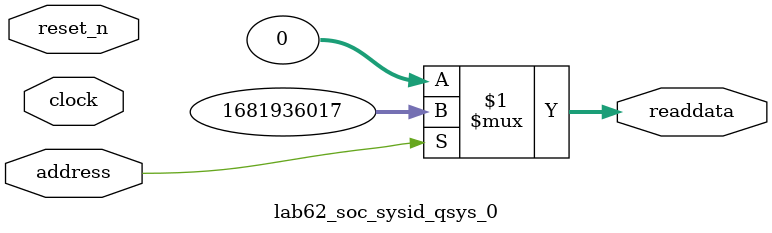
<source format=v>



// synthesis translate_off
`timescale 1ns / 1ps
// synthesis translate_on

// turn off superfluous verilog processor warnings 
// altera message_level Level1 
// altera message_off 10034 10035 10036 10037 10230 10240 10030 

module lab62_soc_sysid_qsys_0 (
               // inputs:
                address,
                clock,
                reset_n,

               // outputs:
                readdata
             )
;

  output  [ 31: 0] readdata;
  input            address;
  input            clock;
  input            reset_n;

  wire    [ 31: 0] readdata;
  //control_slave, which is an e_avalon_slave
  assign readdata = address ? 1681936017 : 0;

endmodule



</source>
